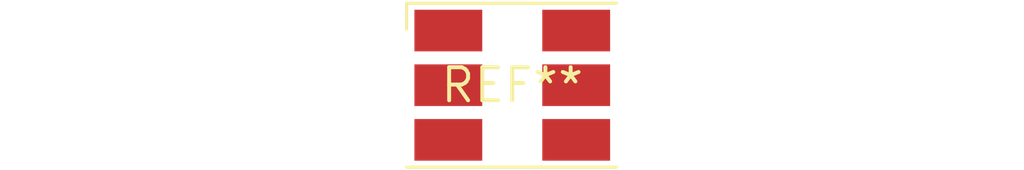
<source format=kicad_pcb>
(kicad_pcb (version 20240108) (generator pcbnew)
  (layers (0 "F.Cu" signal) (31 "B.Cu" signal) (34 "B.Paste" user) (35 "F.Paste" user) (36 "B.SilkS" user "B.Silkscreen") (37 "F.SilkS" user "F.Silkscreen") (38 "B.Mask" user) (39 "F.Mask" user) (44 "Edge.Cuts" user))
  (net 0 "")
  (footprint "LED_RGB_Cree-PLCC-6_6x5mm_P2.1mm" (layer "F.Cu") (at 0 0)
    (property "Reference" "REF**")
    (property "Value" "LED_RGB_Cree-PLCC-6_6x5mm_P2.1mm")
    (fp_line (start -4.05 -3.15) (end 4 -3.15) (layer "F.SilkS") (stroke (width 0.12)))
    (fp_line (start -4.05 -2.15) (end -4.05 -3.15) (layer "F.SilkS") (stroke (width 0.12)))
    (fp_line (start -4.05 3.15) (end 4 3.15) (layer "F.SilkS") (stroke (width 0.12)))
    (pad "1" smd rect (at -2.45 -2.1) (size 2.6 1.6) (layers "F.Cu" "F.Paste" "F.Mask"))
    (pad "2" smd rect (at -2.45 0) (size 2.6 1.6) (layers "F.Cu" "F.Paste" "F.Mask"))
    (pad "3" smd rect (at -2.45 2.1) (size 2.6 1.6) (layers "F.Cu" "F.Paste" "F.Mask"))
    (pad "4" smd rect (at 2.45 2.1) (size 2.6 1.6) (layers "F.Cu" "F.Paste" "F.Mask"))
    (pad "5" smd rect (at 2.45 0) (size 2.6 1.6) (layers "F.Cu" "F.Paste" "F.Mask"))
    (pad "6" smd rect (at 2.45 -2.1) (size 2.6 1.6) (layers "F.Cu" "F.Paste" "F.Mask"))
  )
)
</source>
